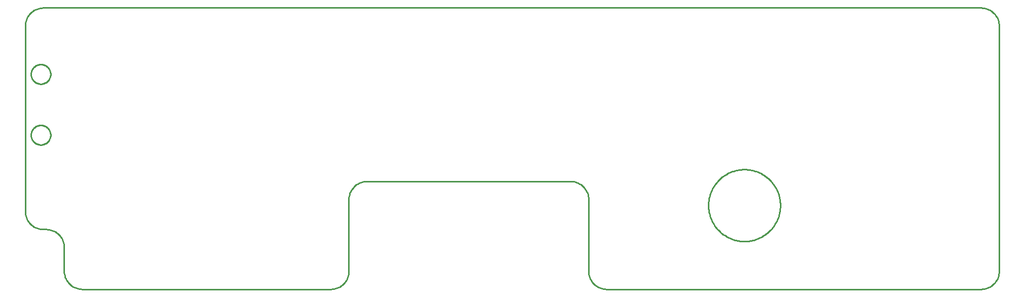
<source format=gbr>
G04 EAGLE Gerber RS-274X export*
G75*
%MOMM*%
%FSLAX34Y34*%
%LPD*%
%IN*%
%IPPOS*%
%AMOC8*
5,1,8,0,0,1.08239X$1,22.5*%
G01*
%ADD10C,0.254000*%


D10*
X-65000Y130000D02*
X-64886Y127385D01*
X-64544Y124791D01*
X-63978Y122235D01*
X-63191Y119739D01*
X-62189Y117321D01*
X-60981Y115000D01*
X-59575Y112793D01*
X-57981Y110716D01*
X-56213Y108787D01*
X-54284Y107019D01*
X-52207Y105425D01*
X-50000Y104019D01*
X-47679Y102811D01*
X-45261Y101809D01*
X-42765Y101022D01*
X-40209Y100456D01*
X-37615Y100114D01*
X-35000Y100000D01*
X-30000Y100000D01*
X-27385Y99886D01*
X-24791Y99544D01*
X-22235Y98978D01*
X-19739Y98191D01*
X-17321Y97189D01*
X-15000Y95981D01*
X-12793Y94575D01*
X-10716Y92981D01*
X-8787Y91213D01*
X-7019Y89284D01*
X-5425Y87207D01*
X-4019Y85000D01*
X-2811Y82679D01*
X-1809Y80261D01*
X-1022Y77765D01*
X-456Y75209D01*
X-114Y72615D01*
X0Y70000D01*
X0Y30000D01*
X114Y27385D01*
X456Y24791D01*
X1022Y22235D01*
X1809Y19739D01*
X2811Y17321D01*
X4019Y15000D01*
X5425Y12793D01*
X7019Y10716D01*
X8787Y8787D01*
X10716Y7019D01*
X12793Y5425D01*
X15000Y4019D01*
X17321Y2811D01*
X19739Y1809D01*
X22235Y1022D01*
X24791Y456D01*
X27385Y114D01*
X30000Y0D01*
X445000Y0D01*
X447615Y114D01*
X450209Y456D01*
X452765Y1022D01*
X455261Y1809D01*
X457679Y2811D01*
X460000Y4019D01*
X462207Y5425D01*
X464284Y7019D01*
X466213Y8787D01*
X467981Y10716D01*
X469575Y12793D01*
X470981Y15000D01*
X472189Y17321D01*
X473191Y19739D01*
X473978Y22235D01*
X474544Y24791D01*
X474886Y27385D01*
X475000Y30000D01*
X475000Y150000D01*
X475114Y152615D01*
X475456Y155209D01*
X476022Y157765D01*
X476809Y160261D01*
X477811Y162679D01*
X479019Y165000D01*
X480425Y167207D01*
X482019Y169284D01*
X483787Y171213D01*
X485716Y172981D01*
X487793Y174575D01*
X490000Y175981D01*
X492321Y177189D01*
X494739Y178191D01*
X497235Y178978D01*
X499791Y179544D01*
X502385Y179886D01*
X505000Y180000D01*
X845000Y180000D01*
X847615Y179886D01*
X850209Y179544D01*
X852765Y178978D01*
X855261Y178191D01*
X857679Y177189D01*
X860000Y175981D01*
X862207Y174575D01*
X864284Y172981D01*
X866213Y171213D01*
X867981Y169284D01*
X869575Y167207D01*
X870981Y165000D01*
X872189Y162679D01*
X873191Y160261D01*
X873978Y157765D01*
X874544Y155209D01*
X874886Y152615D01*
X875000Y150000D01*
X875000Y30000D01*
X875114Y27385D01*
X875456Y24791D01*
X876022Y22235D01*
X876809Y19739D01*
X877811Y17321D01*
X879019Y15000D01*
X880425Y12793D01*
X882019Y10716D01*
X883787Y8787D01*
X885716Y7019D01*
X887793Y5425D01*
X890000Y4019D01*
X892321Y2811D01*
X894739Y1809D01*
X897235Y1022D01*
X899791Y456D01*
X902385Y114D01*
X905000Y0D01*
X1530000Y0D01*
X1532615Y114D01*
X1535209Y456D01*
X1537765Y1022D01*
X1540261Y1809D01*
X1542679Y2811D01*
X1545000Y4019D01*
X1547207Y5425D01*
X1549284Y7019D01*
X1551213Y8787D01*
X1552981Y10716D01*
X1554575Y12793D01*
X1555981Y15000D01*
X1557189Y17321D01*
X1558191Y19739D01*
X1558978Y22235D01*
X1559544Y24791D01*
X1559886Y27385D01*
X1560000Y30000D01*
X1560000Y440000D01*
X1559886Y442615D01*
X1559544Y445209D01*
X1558978Y447765D01*
X1558191Y450261D01*
X1557189Y452679D01*
X1555981Y455000D01*
X1554575Y457207D01*
X1552981Y459284D01*
X1551213Y461213D01*
X1549284Y462981D01*
X1547207Y464575D01*
X1545000Y465981D01*
X1542679Y467189D01*
X1540261Y468191D01*
X1537765Y468978D01*
X1535209Y469544D01*
X1532615Y469886D01*
X1530000Y470000D01*
X-35000Y470000D01*
X-37615Y469886D01*
X-40209Y469544D01*
X-42765Y468978D01*
X-45261Y468191D01*
X-47679Y467189D01*
X-50000Y465981D01*
X-52207Y464575D01*
X-54284Y462981D01*
X-56213Y461213D01*
X-57981Y459284D01*
X-59575Y457207D01*
X-60981Y455000D01*
X-62189Y452679D01*
X-63191Y450261D01*
X-63978Y447765D01*
X-64544Y445209D01*
X-64886Y442615D01*
X-65000Y440000D01*
X-65000Y130000D01*
X1195000Y138929D02*
X1195000Y141071D01*
X1194924Y143212D01*
X1194771Y145349D01*
X1194542Y147479D01*
X1194237Y149599D01*
X1193857Y151707D01*
X1193401Y153801D01*
X1192871Y155876D01*
X1192268Y157932D01*
X1191591Y159964D01*
X1190843Y161971D01*
X1190023Y163951D01*
X1189133Y165899D01*
X1188174Y167815D01*
X1187147Y169695D01*
X1186054Y171537D01*
X1184896Y173340D01*
X1183674Y175099D01*
X1182391Y176814D01*
X1181046Y178482D01*
X1179644Y180101D01*
X1178184Y181669D01*
X1176669Y183184D01*
X1175101Y184644D01*
X1173482Y186046D01*
X1171814Y187391D01*
X1170099Y188674D01*
X1168340Y189896D01*
X1166537Y191054D01*
X1164695Y192147D01*
X1162815Y193174D01*
X1160899Y194133D01*
X1158951Y195023D01*
X1156971Y195843D01*
X1154964Y196591D01*
X1152932Y197268D01*
X1150876Y197871D01*
X1148801Y198401D01*
X1146707Y198857D01*
X1144599Y199237D01*
X1142479Y199542D01*
X1140349Y199771D01*
X1138212Y199924D01*
X1136071Y200000D01*
X1133929Y200000D01*
X1131788Y199924D01*
X1129651Y199771D01*
X1127521Y199542D01*
X1125401Y199237D01*
X1123293Y198857D01*
X1121199Y198401D01*
X1119124Y197871D01*
X1117068Y197268D01*
X1115036Y196591D01*
X1113029Y195843D01*
X1111049Y195023D01*
X1109101Y194133D01*
X1107185Y193174D01*
X1105305Y192147D01*
X1103463Y191054D01*
X1101660Y189896D01*
X1099901Y188674D01*
X1098186Y187391D01*
X1096518Y186046D01*
X1094899Y184644D01*
X1093331Y183184D01*
X1091816Y181669D01*
X1090356Y180101D01*
X1088954Y178482D01*
X1087609Y176814D01*
X1086326Y175099D01*
X1085104Y173340D01*
X1083946Y171537D01*
X1082853Y169695D01*
X1081826Y167815D01*
X1080867Y165899D01*
X1079977Y163951D01*
X1079157Y161971D01*
X1078409Y159964D01*
X1077732Y157932D01*
X1077129Y155876D01*
X1076599Y153801D01*
X1076144Y151707D01*
X1075763Y149599D01*
X1075458Y147479D01*
X1075229Y145349D01*
X1075076Y143212D01*
X1075000Y141071D01*
X1075000Y138929D01*
X1075076Y136788D01*
X1075229Y134651D01*
X1075458Y132521D01*
X1075763Y130401D01*
X1076144Y128293D01*
X1076599Y126199D01*
X1077129Y124124D01*
X1077732Y122068D01*
X1078409Y120036D01*
X1079157Y118029D01*
X1079977Y116049D01*
X1080867Y114101D01*
X1081826Y112185D01*
X1082853Y110305D01*
X1083946Y108463D01*
X1085104Y106660D01*
X1086326Y104901D01*
X1087609Y103186D01*
X1088954Y101518D01*
X1090356Y99899D01*
X1091816Y98331D01*
X1093331Y96816D01*
X1094899Y95356D01*
X1096518Y93954D01*
X1098186Y92609D01*
X1099901Y91326D01*
X1101660Y90104D01*
X1103463Y88946D01*
X1105305Y87853D01*
X1107185Y86826D01*
X1109101Y85867D01*
X1111049Y84977D01*
X1113029Y84157D01*
X1115036Y83409D01*
X1117068Y82732D01*
X1119124Y82129D01*
X1121199Y81599D01*
X1123293Y81144D01*
X1125401Y80763D01*
X1127521Y80458D01*
X1129651Y80229D01*
X1131788Y80076D01*
X1133929Y80000D01*
X1136071Y80000D01*
X1138212Y80076D01*
X1140349Y80229D01*
X1142479Y80458D01*
X1144599Y80763D01*
X1146707Y81144D01*
X1148801Y81599D01*
X1150876Y82129D01*
X1152932Y82732D01*
X1154964Y83409D01*
X1156971Y84157D01*
X1158951Y84977D01*
X1160899Y85867D01*
X1162815Y86826D01*
X1164695Y87853D01*
X1166537Y88946D01*
X1168340Y90104D01*
X1170099Y91326D01*
X1171814Y92609D01*
X1173482Y93954D01*
X1175101Y95356D01*
X1176669Y96816D01*
X1178184Y98331D01*
X1179644Y99899D01*
X1181046Y101518D01*
X1182391Y103186D01*
X1183674Y104901D01*
X1184896Y106660D01*
X1186054Y108463D01*
X1187147Y110305D01*
X1188174Y112185D01*
X1189133Y114101D01*
X1190023Y116049D01*
X1190843Y118029D01*
X1191591Y120036D01*
X1192268Y122068D01*
X1192871Y124124D01*
X1193401Y126199D01*
X1193857Y128293D01*
X1194237Y130401D01*
X1194542Y132521D01*
X1194771Y134651D01*
X1194924Y136788D01*
X1195000Y138929D01*
X-39432Y342850D02*
X-40494Y342920D01*
X-41548Y343058D01*
X-42592Y343266D01*
X-43620Y343541D01*
X-44627Y343883D01*
X-45610Y344291D01*
X-46564Y344761D01*
X-47486Y345293D01*
X-48370Y345884D01*
X-49214Y346532D01*
X-50014Y347233D01*
X-50767Y347986D01*
X-51468Y348786D01*
X-52116Y349630D01*
X-52707Y350514D01*
X-53239Y351436D01*
X-53709Y352390D01*
X-54117Y353373D01*
X-54459Y354380D01*
X-54734Y355408D01*
X-54942Y356452D01*
X-55080Y357506D01*
X-55150Y358568D01*
X-55150Y359632D01*
X-55080Y360694D01*
X-54942Y361748D01*
X-54734Y362792D01*
X-54459Y363820D01*
X-54117Y364827D01*
X-53709Y365810D01*
X-53239Y366764D01*
X-52707Y367686D01*
X-52116Y368570D01*
X-51468Y369414D01*
X-50767Y370214D01*
X-50014Y370967D01*
X-49214Y371668D01*
X-48370Y372316D01*
X-47486Y372907D01*
X-46564Y373439D01*
X-45610Y373909D01*
X-44627Y374317D01*
X-43620Y374659D01*
X-42592Y374934D01*
X-41548Y375142D01*
X-40494Y375280D01*
X-39432Y375350D01*
X-38368Y375350D01*
X-37306Y375280D01*
X-36252Y375142D01*
X-35208Y374934D01*
X-34180Y374659D01*
X-33173Y374317D01*
X-32190Y373909D01*
X-31236Y373439D01*
X-30314Y372907D01*
X-29430Y372316D01*
X-28586Y371668D01*
X-27786Y370967D01*
X-27033Y370214D01*
X-26332Y369414D01*
X-25684Y368570D01*
X-25093Y367686D01*
X-24561Y366764D01*
X-24091Y365810D01*
X-23683Y364827D01*
X-23341Y363820D01*
X-23066Y362792D01*
X-22858Y361748D01*
X-22720Y360694D01*
X-22650Y359632D01*
X-22650Y358568D01*
X-22720Y357506D01*
X-22858Y356452D01*
X-23066Y355408D01*
X-23341Y354380D01*
X-23683Y353373D01*
X-24091Y352390D01*
X-24561Y351436D01*
X-25093Y350514D01*
X-25684Y349630D01*
X-26332Y348786D01*
X-27033Y347986D01*
X-27786Y347233D01*
X-28586Y346532D01*
X-29430Y345884D01*
X-30314Y345293D01*
X-31236Y344761D01*
X-32190Y344291D01*
X-33173Y343883D01*
X-34180Y343541D01*
X-35208Y343266D01*
X-36252Y343058D01*
X-37306Y342920D01*
X-38368Y342850D01*
X-39432Y342850D01*
X-39432Y241250D02*
X-40494Y241320D01*
X-41548Y241458D01*
X-42592Y241666D01*
X-43620Y241941D01*
X-44627Y242283D01*
X-45610Y242691D01*
X-46564Y243161D01*
X-47486Y243693D01*
X-48370Y244284D01*
X-49214Y244932D01*
X-50014Y245633D01*
X-50767Y246386D01*
X-51468Y247186D01*
X-52116Y248030D01*
X-52707Y248914D01*
X-53239Y249836D01*
X-53709Y250790D01*
X-54117Y251773D01*
X-54459Y252780D01*
X-54734Y253808D01*
X-54942Y254852D01*
X-55080Y255906D01*
X-55150Y256968D01*
X-55150Y258032D01*
X-55080Y259094D01*
X-54942Y260148D01*
X-54734Y261192D01*
X-54459Y262220D01*
X-54117Y263227D01*
X-53709Y264210D01*
X-53239Y265164D01*
X-52707Y266086D01*
X-52116Y266970D01*
X-51468Y267814D01*
X-50767Y268614D01*
X-50014Y269367D01*
X-49214Y270068D01*
X-48370Y270716D01*
X-47486Y271307D01*
X-46564Y271839D01*
X-45610Y272309D01*
X-44627Y272717D01*
X-43620Y273059D01*
X-42592Y273334D01*
X-41548Y273542D01*
X-40494Y273680D01*
X-39432Y273750D01*
X-38368Y273750D01*
X-37306Y273680D01*
X-36252Y273542D01*
X-35208Y273334D01*
X-34180Y273059D01*
X-33173Y272717D01*
X-32190Y272309D01*
X-31236Y271839D01*
X-30314Y271307D01*
X-29430Y270716D01*
X-28586Y270068D01*
X-27786Y269367D01*
X-27033Y268614D01*
X-26332Y267814D01*
X-25684Y266970D01*
X-25093Y266086D01*
X-24561Y265164D01*
X-24091Y264210D01*
X-23683Y263227D01*
X-23341Y262220D01*
X-23066Y261192D01*
X-22858Y260148D01*
X-22720Y259094D01*
X-22650Y258032D01*
X-22650Y256968D01*
X-22720Y255906D01*
X-22858Y254852D01*
X-23066Y253808D01*
X-23341Y252780D01*
X-23683Y251773D01*
X-24091Y250790D01*
X-24561Y249836D01*
X-25093Y248914D01*
X-25684Y248030D01*
X-26332Y247186D01*
X-27033Y246386D01*
X-27786Y245633D01*
X-28586Y244932D01*
X-29430Y244284D01*
X-30314Y243693D01*
X-31236Y243161D01*
X-32190Y242691D01*
X-33173Y242283D01*
X-34180Y241941D01*
X-35208Y241666D01*
X-36252Y241458D01*
X-37306Y241320D01*
X-38368Y241250D01*
X-39432Y241250D01*
M02*

</source>
